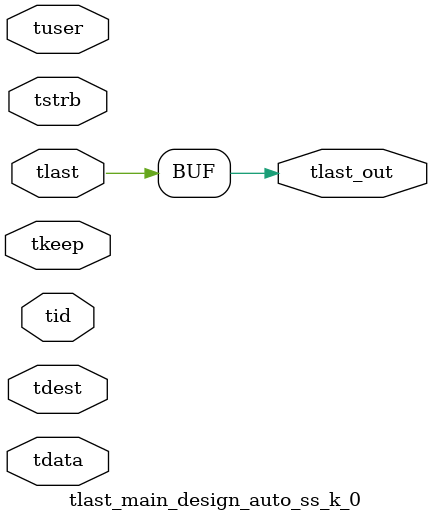
<source format=v>


`timescale 1ps/1ps

module tlast_main_design_auto_ss_k_0 #
(
parameter C_S_AXIS_TID_WIDTH   = 1,
parameter C_S_AXIS_TUSER_WIDTH = 0,
parameter C_S_AXIS_TDATA_WIDTH = 0,
parameter C_S_AXIS_TDEST_WIDTH = 0
)
(
input  [(C_S_AXIS_TID_WIDTH   == 0 ? 1 : C_S_AXIS_TID_WIDTH)-1:0       ] tid,
input  [(C_S_AXIS_TDATA_WIDTH == 0 ? 1 : C_S_AXIS_TDATA_WIDTH)-1:0     ] tdata,
input  [(C_S_AXIS_TUSER_WIDTH == 0 ? 1 : C_S_AXIS_TUSER_WIDTH)-1:0     ] tuser,
input  [(C_S_AXIS_TDEST_WIDTH == 0 ? 1 : C_S_AXIS_TDEST_WIDTH)-1:0     ] tdest,
input  [(C_S_AXIS_TDATA_WIDTH/8)-1:0 ] tkeep,
input  [(C_S_AXIS_TDATA_WIDTH/8)-1:0 ] tstrb,
input  [0:0]                                                             tlast,
output                                                                   tlast_out
);

assign tlast_out = {tlast};

endmodule


</source>
